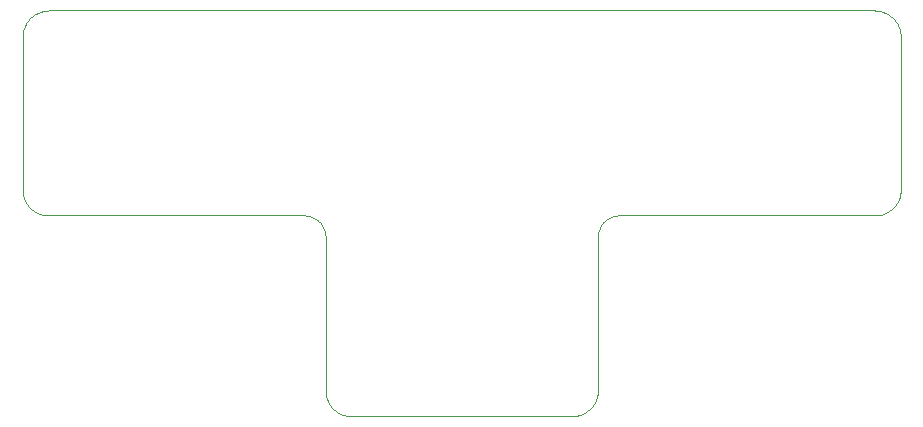
<source format=gbr>
%TF.GenerationSoftware,KiCad,Pcbnew,7.0.7*%
%TF.CreationDate,2024-08-10T15:19:48-05:00*%
%TF.ProjectId,LASK5,4c41534b-352e-46b6-9963-61645f706362,rev?*%
%TF.SameCoordinates,Original*%
%TF.FileFunction,Profile,NP*%
%FSLAX46Y46*%
G04 Gerber Fmt 4.6, Leading zero omitted, Abs format (unit mm)*
G04 Created by KiCad (PCBNEW 7.0.7) date 2024-08-10 15:19:48*
%MOMM*%
%LPD*%
G01*
G04 APERTURE LIST*
%TA.AperFunction,Profile*%
%ADD10C,0.100000*%
%TD*%
G04 APERTURE END LIST*
D10*
X187062381Y-65980164D02*
X187176423Y-65988863D01*
X187288826Y-66003189D01*
X187399446Y-66022997D01*
X187508143Y-66048147D01*
X187614774Y-66078496D01*
X187719196Y-66113900D01*
X187821266Y-66154219D01*
X187920843Y-66199309D01*
X188017785Y-66249028D01*
X188111948Y-66303234D01*
X188203190Y-66361784D01*
X188291370Y-66424536D01*
X188376344Y-66491348D01*
X188457970Y-66562077D01*
X188536107Y-66636581D01*
X188610610Y-66714717D01*
X188681339Y-66796344D01*
X188748151Y-66881318D01*
X188810903Y-66969497D01*
X188869453Y-67060740D01*
X188923659Y-67154903D01*
X188973378Y-67251844D01*
X189018468Y-67351422D01*
X189058786Y-67453492D01*
X189094191Y-67557914D01*
X189124539Y-67664545D01*
X189149689Y-67773241D01*
X189169498Y-67883862D01*
X189183823Y-67996264D01*
X189192523Y-68110306D01*
X189195454Y-68225844D01*
X189195454Y-81156321D01*
X189192620Y-81268007D01*
X189184210Y-81378247D01*
X189170362Y-81486903D01*
X189151213Y-81593836D01*
X189126900Y-81698910D01*
X189097562Y-81801986D01*
X189063336Y-81902928D01*
X189024360Y-82001597D01*
X188980770Y-82097855D01*
X188932706Y-82191566D01*
X188880304Y-82282592D01*
X188823702Y-82370794D01*
X188763038Y-82456035D01*
X188698449Y-82538178D01*
X188630073Y-82617085D01*
X188558048Y-82692618D01*
X188482510Y-82764640D01*
X188403598Y-82833013D01*
X188321450Y-82897599D01*
X188236203Y-82958261D01*
X188147994Y-83014861D01*
X188056961Y-83067261D01*
X187963243Y-83115324D01*
X187866975Y-83158912D01*
X187768297Y-83197888D01*
X187667345Y-83232113D01*
X187564258Y-83261451D01*
X187459172Y-83285763D01*
X187352226Y-83304912D01*
X187243557Y-83318760D01*
X187133303Y-83327170D01*
X187021601Y-83330004D01*
X165365905Y-83330004D01*
X165272357Y-83332377D01*
X165180021Y-83339421D01*
X165089013Y-83351018D01*
X164999448Y-83367055D01*
X164911441Y-83387416D01*
X164825108Y-83411986D01*
X164740563Y-83440649D01*
X164657921Y-83473291D01*
X164577299Y-83509795D01*
X164498812Y-83550047D01*
X164422574Y-83593931D01*
X164348700Y-83641332D01*
X164277307Y-83692134D01*
X164208510Y-83746224D01*
X164142422Y-83803484D01*
X164079161Y-83863801D01*
X164018841Y-83927058D01*
X163961577Y-83993140D01*
X163907485Y-84061932D01*
X163856680Y-84133319D01*
X163809277Y-84207186D01*
X163765391Y-84283417D01*
X163725138Y-84361896D01*
X163688632Y-84442510D01*
X163655990Y-84525142D01*
X163627326Y-84609676D01*
X163602756Y-84695999D01*
X163582395Y-84783994D01*
X163566358Y-84873547D01*
X163554760Y-84964541D01*
X163547717Y-85056862D01*
X163545343Y-85150394D01*
X163545343Y-98156320D01*
X163542509Y-98268006D01*
X163534099Y-98378246D01*
X163520251Y-98486901D01*
X163501102Y-98593834D01*
X163476790Y-98698908D01*
X163447452Y-98801984D01*
X163413227Y-98902926D01*
X163374251Y-99001595D01*
X163330663Y-99097854D01*
X163282600Y-99191564D01*
X163230200Y-99282590D01*
X163173600Y-99370792D01*
X163112938Y-99456033D01*
X163048352Y-99538176D01*
X162979979Y-99617083D01*
X162907958Y-99692617D01*
X162832424Y-99764638D01*
X162753518Y-99833011D01*
X162671374Y-99897597D01*
X162586133Y-99958259D01*
X162497931Y-100014859D01*
X162406905Y-100067259D01*
X162313194Y-100115322D01*
X162216935Y-100158911D01*
X162118266Y-100197886D01*
X162017324Y-100232112D01*
X161914248Y-100261449D01*
X161809174Y-100285762D01*
X161702240Y-100304911D01*
X161593585Y-100318759D01*
X161483344Y-100327169D01*
X161371658Y-100330003D01*
X161371658Y-100330000D01*
X142666343Y-100330000D01*
X142554656Y-100327166D01*
X142444417Y-100318757D01*
X142335761Y-100304908D01*
X142228828Y-100285759D01*
X142123754Y-100261447D01*
X142020677Y-100232109D01*
X141919736Y-100197884D01*
X141821067Y-100158908D01*
X141724808Y-100115320D01*
X141631097Y-100067257D01*
X141540072Y-100014856D01*
X141451870Y-99958257D01*
X141366628Y-99897595D01*
X141284485Y-99833009D01*
X141205578Y-99764636D01*
X141130045Y-99692614D01*
X141058023Y-99617081D01*
X140989651Y-99538174D01*
X140925065Y-99456031D01*
X140864403Y-99370789D01*
X140807803Y-99282587D01*
X140755403Y-99191562D01*
X140707340Y-99097851D01*
X140663752Y-99001592D01*
X140624776Y-98902923D01*
X140590551Y-98801982D01*
X140561213Y-98698905D01*
X140536901Y-98593832D01*
X140517752Y-98486898D01*
X140503904Y-98378243D01*
X140495494Y-98268004D01*
X140492660Y-98156317D01*
X140492660Y-85150392D01*
X140490286Y-85056860D01*
X140483243Y-84964539D01*
X140471645Y-84873545D01*
X140455608Y-84783992D01*
X140435247Y-84695997D01*
X140410677Y-84609675D01*
X140382013Y-84525140D01*
X140349371Y-84442508D01*
X140312865Y-84361895D01*
X140272612Y-84283415D01*
X140228726Y-84207185D01*
X140181323Y-84133318D01*
X140130518Y-84061931D01*
X140076426Y-83993138D01*
X140019162Y-83927056D01*
X139958842Y-83863799D01*
X139895581Y-83803483D01*
X139829494Y-83746222D01*
X139760696Y-83692133D01*
X139689303Y-83641330D01*
X139615430Y-83593929D01*
X139539192Y-83550045D01*
X139460705Y-83509793D01*
X139380083Y-83473288D01*
X139297442Y-83440647D01*
X139212897Y-83411984D01*
X139126563Y-83387414D01*
X139038556Y-83367053D01*
X138948992Y-83351016D01*
X138857984Y-83339418D01*
X138765648Y-83332375D01*
X138672101Y-83330002D01*
X117016401Y-83330002D01*
X116904699Y-83327168D01*
X116794445Y-83318758D01*
X116685775Y-83304909D01*
X116578829Y-83285760D01*
X116473744Y-83261448D01*
X116370656Y-83232111D01*
X116269704Y-83197885D01*
X116171026Y-83158909D01*
X116074758Y-83115321D01*
X115981039Y-83067258D01*
X115890007Y-83014858D01*
X115801798Y-82958258D01*
X115716551Y-82897596D01*
X115634402Y-82833010D01*
X115555491Y-82764638D01*
X115479953Y-82692616D01*
X115407928Y-82617083D01*
X115339551Y-82538176D01*
X115274962Y-82456033D01*
X115214298Y-82370791D01*
X115157696Y-82282589D01*
X115105294Y-82191564D01*
X115057230Y-82097853D01*
X115013641Y-82001594D01*
X114974664Y-81902925D01*
X114940438Y-81801984D01*
X114911100Y-81698907D01*
X114886787Y-81593833D01*
X114867638Y-81486900D01*
X114853790Y-81378245D01*
X114845380Y-81268005D01*
X114842546Y-81156318D01*
X114842546Y-68225844D01*
X114845477Y-68110306D01*
X114854177Y-67996264D01*
X114868503Y-67883861D01*
X114888311Y-67773240D01*
X114913461Y-67664543D01*
X114943809Y-67557913D01*
X114979214Y-67453491D01*
X115019533Y-67351420D01*
X115064623Y-67251843D01*
X115114342Y-67154901D01*
X115168547Y-67060738D01*
X115227098Y-66969496D01*
X115289850Y-66881316D01*
X115356662Y-66796342D01*
X115427391Y-66714716D01*
X115501895Y-66636579D01*
X115580031Y-66562076D01*
X115661658Y-66491347D01*
X115746632Y-66424535D01*
X115834811Y-66361783D01*
X115926054Y-66303233D01*
X116020217Y-66249027D01*
X116117158Y-66199308D01*
X116216736Y-66154218D01*
X116318806Y-66113900D01*
X116423228Y-66078495D01*
X116529858Y-66048147D01*
X116638555Y-66022997D01*
X116749176Y-66003189D01*
X116861578Y-65988863D01*
X116975620Y-65980164D01*
X117091158Y-65977232D01*
X186946843Y-65977232D01*
X187062381Y-65980164D01*
M02*

</source>
